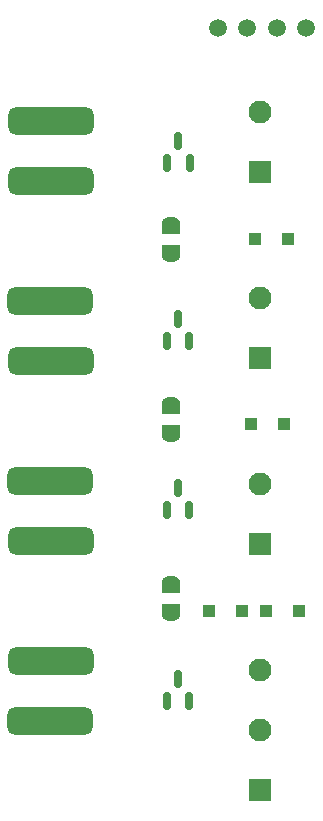
<source format=gbr>
%TF.GenerationSoftware,KiCad,Pcbnew,7.0.10*%
%TF.CreationDate,2024-07-21T07:16:58-04:00*%
%TF.ProjectId,12.2.1 - PLC Connector,31322e32-2e31-4202-9d20-504c4320436f,rev?*%
%TF.SameCoordinates,Original*%
%TF.FileFunction,Soldermask,Top*%
%TF.FilePolarity,Negative*%
%FSLAX46Y46*%
G04 Gerber Fmt 4.6, Leading zero omitted, Abs format (unit mm)*
G04 Created by KiCad (PCBNEW 7.0.10) date 2024-07-21 07:16:58*
%MOMM*%
%LPD*%
G01*
G04 APERTURE LIST*
G04 Aperture macros list*
%AMRoundRect*
0 Rectangle with rounded corners*
0 $1 Rounding radius*
0 $2 $3 $4 $5 $6 $7 $8 $9 X,Y pos of 4 corners*
0 Add a 4 corners polygon primitive as box body*
4,1,4,$2,$3,$4,$5,$6,$7,$8,$9,$2,$3,0*
0 Add four circle primitives for the rounded corners*
1,1,$1+$1,$2,$3*
1,1,$1+$1,$4,$5*
1,1,$1+$1,$6,$7*
1,1,$1+$1,$8,$9*
0 Add four rect primitives between the rounded corners*
20,1,$1+$1,$2,$3,$4,$5,0*
20,1,$1+$1,$4,$5,$6,$7,0*
20,1,$1+$1,$6,$7,$8,$9,0*
20,1,$1+$1,$8,$9,$2,$3,0*%
%AMFreePoly0*
4,1,19,0.750000,-0.750000,-0.200000,-0.750000,-0.200000,-0.744911,-0.221157,-0.744911,-0.357708,-0.704816,-0.477430,-0.627875,-0.570627,-0.520320,-0.629746,-0.390866,-0.650000,-0.250000,-0.650000,0.250000,-0.629746,0.390866,-0.570627,0.520320,-0.477430,0.627875,-0.357708,0.704816,-0.221157,0.744911,-0.200000,0.744911,-0.200000,0.750000,0.750000,0.750000,0.750000,-0.750000,0.750000,-0.750000,
$1*%
%AMFreePoly1*
4,1,19,0.200000,0.744911,0.221157,0.744911,0.357708,0.704816,0.477430,0.627875,0.570627,0.520320,0.629746,0.390866,0.650000,0.250000,0.650000,-0.250000,0.629746,-0.390866,0.570627,-0.520320,0.477430,-0.627875,0.357708,-0.704816,0.221157,-0.744911,0.200000,-0.744911,0.200000,-0.750000,-0.750000,-0.750000,-0.750000,0.750000,0.200000,0.750000,0.200000,0.744911,0.200000,0.744911,
$1*%
G04 Aperture macros list end*
%ADD10FreePoly0,90.000000*%
%ADD11FreePoly1,90.000000*%
%ADD12RoundRect,0.572500X-3.045750X-0.572500X3.045750X-0.572500X3.045750X0.572500X-3.045750X0.572500X0*%
%ADD13RoundRect,0.150000X0.150000X-0.587500X0.150000X0.587500X-0.150000X0.587500X-0.150000X-0.587500X0*%
%ADD14RoundRect,0.250000X-0.300000X-0.300000X0.300000X-0.300000X0.300000X0.300000X-0.300000X0.300000X0*%
%ADD15RoundRect,0.250000X0.300000X0.300000X-0.300000X0.300000X-0.300000X-0.300000X0.300000X-0.300000X0*%
%ADD16R,1.950000X1.950000*%
%ADD17C,1.950000*%
%ADD18C,1.498600*%
G04 APERTURE END LIST*
D10*
%TO.C,JP101*%
X168200000Y-96550000D03*
D11*
X168200000Y-94050000D03*
%TD*%
D12*
%TO.C,J108*%
X158055361Y-54849351D03*
%TD*%
D13*
%TO.C,D105*%
X167921369Y-58415349D03*
X169821369Y-58415349D03*
X168871369Y-56540349D03*
%TD*%
%TO.C,D106*%
X167894000Y-73520500D03*
X169794000Y-73520500D03*
X168844000Y-71645500D03*
%TD*%
D12*
%TO.C,J105*%
X158043763Y-90429020D03*
%TD*%
D14*
%TO.C,D101*%
X175003000Y-80518000D03*
X177803000Y-80518000D03*
%TD*%
D12*
%TO.C,J101*%
X158049672Y-59928939D03*
%TD*%
%TO.C,J109*%
X158038266Y-105663999D03*
%TD*%
D15*
%TO.C,D104*%
X179076000Y-96393000D03*
X176276000Y-96393000D03*
%TD*%
D12*
%TO.C,J115*%
X158043068Y-75184540D03*
%TD*%
D13*
%TO.C,D108*%
X167894000Y-87805500D03*
X169794000Y-87805500D03*
X168844000Y-85930500D03*
%TD*%
D12*
%TO.C,J106*%
X158034199Y-85336469D03*
%TD*%
D16*
%TO.C,J118*%
X175768000Y-90678000D03*
D17*
X175768000Y-85598000D03*
%TD*%
D13*
%TO.C,D107*%
X167894000Y-104013000D03*
X169794000Y-104013000D03*
X168844000Y-102138000D03*
%TD*%
D12*
%TO.C,J110*%
X158040712Y-100575452D03*
%TD*%
D16*
%TO.C,J120*%
X175768000Y-74930000D03*
D17*
X175768000Y-69850000D03*
%TD*%
D10*
%TO.C,JP103*%
X168200000Y-66150000D03*
D11*
X168200000Y-63650000D03*
%TD*%
D14*
%TO.C,D103*%
X171447000Y-96393000D03*
X174247000Y-96393000D03*
%TD*%
D10*
%TO.C,JP102*%
X168200000Y-81400000D03*
D11*
X168200000Y-78900000D03*
%TD*%
D14*
%TO.C,D102*%
X175384000Y-64897000D03*
X178184000Y-64897000D03*
%TD*%
D16*
%TO.C,J117*%
X175768000Y-111506000D03*
D17*
X175768000Y-106426000D03*
X175768000Y-101346000D03*
%TD*%
D12*
%TO.C,J114*%
X158039695Y-70104000D03*
%TD*%
D16*
%TO.C,J119*%
X175768000Y-59182000D03*
D17*
X175768000Y-54102000D03*
%TD*%
D18*
%TO.C,J122*%
X179712000Y-46990000D03*
X177212000Y-46990000D03*
X174712000Y-46990000D03*
X172212000Y-46990000D03*
%TD*%
M02*

</source>
